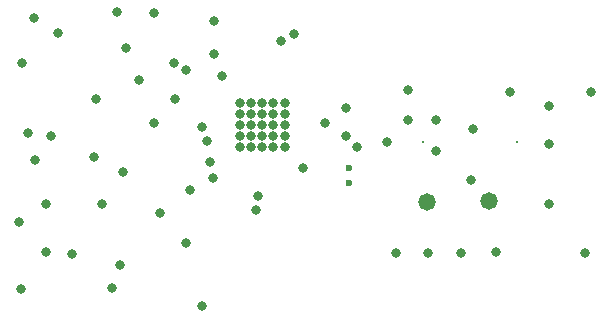
<source format=gbs>
%FSTAX23Y23*%
%MOIN*%
%SFA1B1*%

%IPPOS*%
%ADD40C,0.023620*%
%ADD77C,0.011940*%
%ADD78C,0.031620*%
%ADD79C,0.058000*%
%LNheadband-pcb-1*%
%LPD*%
G54D40*
X01155Y00655D03*
Y00605D03*
G54D77*
X01715Y0074D03*
X014D03*
G54D78*
X01566Y00784D03*
X0196Y00908D03*
X01692D03*
X00455Y00946D03*
X0041Y01055D03*
X00505Y01171D03*
X0038Y01175D03*
X00055Y00475D03*
X0006Y0025D03*
X00525Y00505D03*
X00663Y00195D03*
X00305Y00691D03*
X0057Y01005D03*
X00575Y00885D03*
X0031D03*
X0016Y0076D03*
X00109Y0068D03*
X00231Y00368D03*
X00365Y00255D03*
X0061Y00405D03*
X00105Y01155D03*
X00085Y00769D03*
X00185Y01105D03*
X00065Y01005D03*
X0033Y00535D03*
X00145D03*
X00391Y00331D03*
X00145Y00373D03*
X0131Y00372D03*
X01145Y00855D03*
X0097Y011D03*
X01075Y00805D03*
X0118Y00725D03*
X0068Y00745D03*
X0073Y0096D03*
X0069Y00675D03*
X0128Y0074D03*
X0194Y0037D03*
X01645Y00375D03*
X01145Y0076D03*
X0135Y00915D03*
Y00815D03*
X01445D03*
Y0071D03*
X0156Y00615D03*
X0182Y0086D03*
Y00735D03*
Y00535D03*
X01527Y00372D03*
X0061Y0098D03*
X00665Y0079D03*
X00926Y01078D03*
X0079Y00761D03*
Y00797D03*
Y00833D03*
X00827Y0087D03*
Y00833D03*
Y00797D03*
Y00761D03*
Y00725D03*
X00865Y0087D03*
Y00833D03*
Y00797D03*
Y00761D03*
Y00725D03*
X00902Y0087D03*
Y00833D03*
Y00797D03*
Y00761D03*
Y00725D03*
X0094Y0087D03*
Y00833D03*
Y00797D03*
Y00761D03*
X0079Y00725D03*
X0094D03*
X0079Y0087D03*
X00845Y00515D03*
X004Y0064D03*
X00625Y0058D03*
X00505Y00805D03*
X00705Y01035D03*
X01Y00655D03*
X0085Y0056D03*
X007Y0062D03*
X01416Y00372D03*
X00705Y01145D03*
G54D79*
X01622Y00545D03*
X01415Y0054D03*
M02*
</source>
